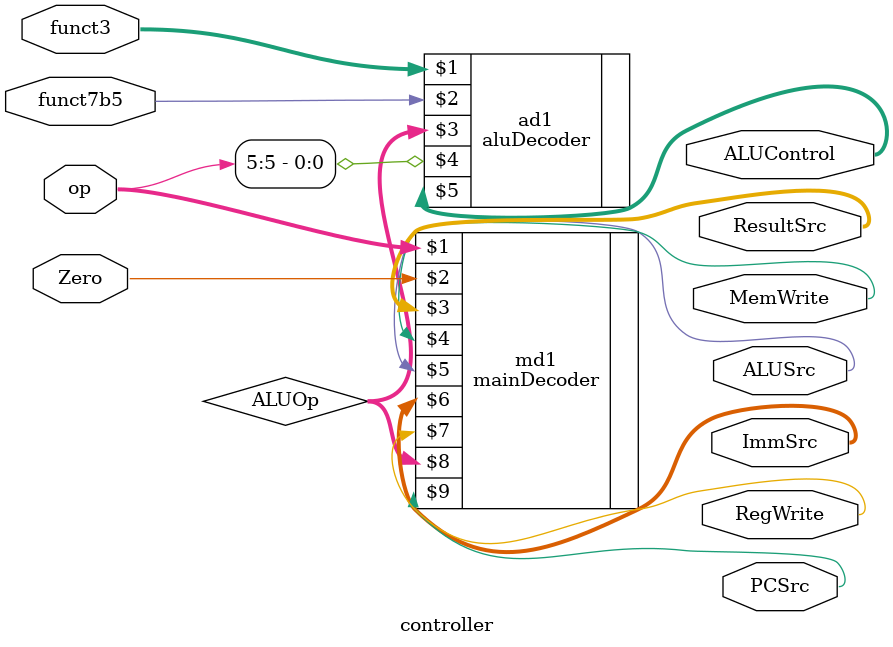
<source format=v>
`include "mainDecoder.v"
`include "aluDecoder.v"


module controller(op,funct3, funct7b5, Zero,ResultSrc, MemWrite, PCSrc, ALUSrc,RegWrite, ImmSrc,ALUControl);

    input[6:0] op;
    input[2:0] funct3;
    input funct7b5,Zero;
    output [1:0] ResultSrc;
    output MemWrite,PCSrc, ALUSrc,RegWrite;
    output [1:0] ImmSrc;
    output [2:0] ALUControl;

    wire [1:0] ALUOp;

    mainDecoder md1(op,Zero,ResultSrc,MemWrite,ALUSrc,ImmSrc,RegWrite,ALUOp,PCSrc);
    aluDecoder ad1(funct3,funct7b5,ALUOp,op[5],ALUControl);

endmodule

</source>
